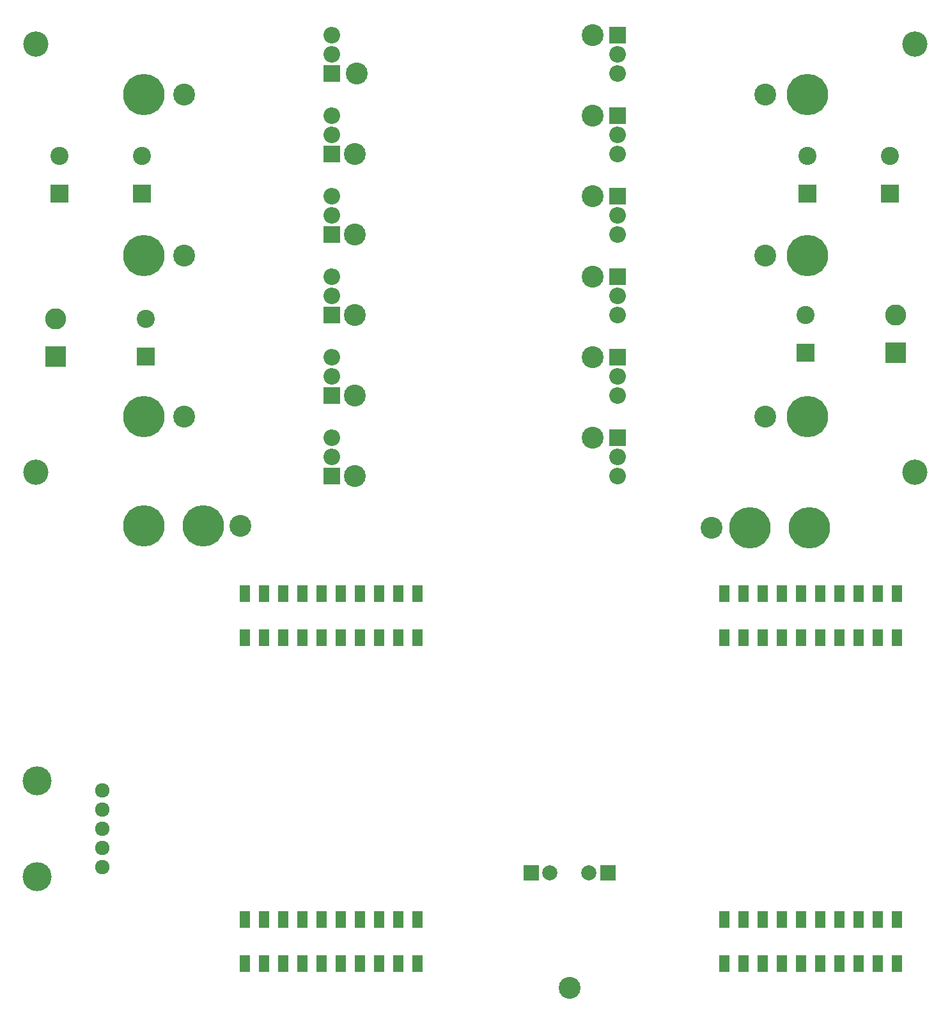
<source format=gbr>
G04 #@! TF.GenerationSoftware,KiCad,Pcbnew,(5.0.0)*
G04 #@! TF.CreationDate,2018-12-17T21:11:44-06:00*
G04 #@! TF.ProjectId,MotorController_Hardware,4D6F746F72436F6E74726F6C6C65725F,rev?*
G04 #@! TF.SameCoordinates,Original*
G04 #@! TF.FileFunction,Soldermask,Bot*
G04 #@! TF.FilePolarity,Negative*
%FSLAX46Y46*%
G04 Gerber Fmt 4.6, Leading zero omitted, Abs format (unit mm)*
G04 Created by KiCad (PCBNEW (5.0.0)) date 12/17/18 21:11:44*
%MOMM*%
%LPD*%
G01*
G04 APERTURE LIST*
%ADD10C,3.346400*%
%ADD11R,1.390600X2.178000*%
%ADD12C,2.800000*%
%ADD13R,2.800000X2.800000*%
%ADD14C,2.400000*%
%ADD15R,2.400000X2.400000*%
%ADD16O,2.200000X2.200000*%
%ADD17R,2.200000X2.200000*%
%ADD18C,1.924000*%
%ADD19C,3.850000*%
%ADD20C,5.480000*%
%ADD21C,2.000000*%
%ADD22R,2.000000X2.000000*%
%ADD23C,2.899360*%
G04 APERTURE END LIST*
D10*
G04 #@! TO.C,REF\002A\002A*
X54559200Y-18288000D03*
G04 #@! TD*
D11*
G04 #@! TO.C,U3*
X145770600Y-83413600D03*
X148310600Y-83413600D03*
X150850600Y-83413600D03*
X153390600Y-83413600D03*
X155930600Y-83413600D03*
X158470600Y-83413600D03*
X161010600Y-83413600D03*
X163550600Y-83413600D03*
X166090600Y-83413600D03*
X168630600Y-83413600D03*
X145770600Y-77546200D03*
X148310600Y-77546200D03*
X150850600Y-77546200D03*
X153390600Y-77546200D03*
X155930600Y-77546200D03*
X158470600Y-77546200D03*
X161010600Y-77546200D03*
X163550600Y-77546200D03*
X166090600Y-77546200D03*
X168630600Y-77571600D03*
X145770600Y-34391600D03*
X148310600Y-34391600D03*
X150850600Y-34391600D03*
X153390600Y-34391600D03*
X155930600Y-34391600D03*
X158470600Y-34391600D03*
X161010600Y-34391600D03*
X163550600Y-34391600D03*
X166090600Y-34391600D03*
X168630600Y-34391600D03*
X145770600Y-40233600D03*
X148310600Y-40233600D03*
X150850600Y-40233600D03*
X153390600Y-40233600D03*
X155930600Y-40233600D03*
X158470600Y-40233600D03*
X161010600Y-40233600D03*
X163550600Y-40233600D03*
X166090600Y-40233600D03*
X168630600Y-40233600D03*
X100050600Y-83413600D03*
X102590600Y-83413600D03*
X105130600Y-83413600D03*
X82270600Y-77571600D03*
X84810600Y-77571600D03*
X87350600Y-77571600D03*
X89890600Y-77571600D03*
X92430600Y-77571600D03*
X94970600Y-77571600D03*
X97510600Y-77571600D03*
X100050600Y-77571600D03*
X102590600Y-77571600D03*
X105130600Y-77571600D03*
X82270600Y-34391600D03*
X87350600Y-34391600D03*
X92430600Y-34391600D03*
X94970600Y-34391600D03*
X97510600Y-34391600D03*
X100050600Y-34391600D03*
X102590600Y-34391600D03*
X82270600Y-40233600D03*
X87350600Y-40233600D03*
X97510600Y-40233600D03*
X100050600Y-40233600D03*
X102590600Y-40233600D03*
X105130600Y-40233600D03*
X92430600Y-40233600D03*
X89890600Y-40233600D03*
X84810600Y-34391600D03*
X97510600Y-83413600D03*
X94970600Y-83413600D03*
X84810600Y-40233600D03*
X89890600Y-34391600D03*
X87350600Y-83413600D03*
X89890600Y-83413600D03*
X94970600Y-40233600D03*
X92430600Y-83413600D03*
X84810600Y-83413600D03*
X82270600Y-83413600D03*
X105130600Y-34391600D03*
G04 #@! TD*
D12*
G04 #@! TO.C,C45*
X168402000Y2540000D03*
D13*
X168402000Y-2460000D03*
G04 #@! TD*
D10*
G04 #@! TO.C,REF\002A\002A*
X54559200Y38404800D03*
G04 #@! TD*
D14*
G04 #@! TO.C,C38*
X68580000Y23622000D03*
D15*
X68580000Y18622000D03*
G04 #@! TD*
G04 #@! TO.C,C37*
X57658000Y18622000D03*
D14*
X57658000Y23622000D03*
G04 #@! TD*
D16*
G04 #@! TO.C,Q6*
X93726000Y7620000D03*
X93726000Y5080000D03*
D17*
X93726000Y2540000D03*
G04 #@! TD*
G04 #@! TO.C,Q14*
X131572000Y18288000D03*
D16*
X131572000Y15748000D03*
X131572000Y13208000D03*
G04 #@! TD*
D17*
G04 #@! TO.C,Q7*
X93726000Y13208000D03*
D16*
X93726000Y15748000D03*
X93726000Y18288000D03*
G04 #@! TD*
G04 #@! TO.C,Q8*
X93726000Y-13716000D03*
X93726000Y-16256000D03*
D17*
X93726000Y-18796000D03*
G04 #@! TD*
D16*
G04 #@! TO.C,Q12*
X131572000Y34544000D03*
X131572000Y37084000D03*
D17*
X131572000Y39624000D03*
G04 #@! TD*
G04 #@! TO.C,Q9*
X93726000Y-8128000D03*
D16*
X93726000Y-5588000D03*
X93726000Y-3048000D03*
G04 #@! TD*
G04 #@! TO.C,Q5*
X93726000Y39624000D03*
X93726000Y37084000D03*
D17*
X93726000Y34544000D03*
G04 #@! TD*
G04 #@! TO.C,Q4*
X93726000Y23876000D03*
D16*
X93726000Y26416000D03*
X93726000Y28956000D03*
G04 #@! TD*
G04 #@! TO.C,Q13*
X131572000Y23876000D03*
X131572000Y26416000D03*
D17*
X131572000Y28956000D03*
G04 #@! TD*
G04 #@! TO.C,Q15*
X131572000Y7620000D03*
D16*
X131572000Y5080000D03*
X131572000Y2540000D03*
G04 #@! TD*
G04 #@! TO.C,Q16*
X131572000Y-8128000D03*
X131572000Y-5588000D03*
D17*
X131572000Y-3048000D03*
G04 #@! TD*
G04 #@! TO.C,Q17*
X131572000Y-13716000D03*
D16*
X131572000Y-16256000D03*
X131572000Y-18796000D03*
G04 #@! TD*
D14*
G04 #@! TO.C,C36*
X69088000Y2032000D03*
D15*
X69088000Y-2968000D03*
G04 #@! TD*
G04 #@! TO.C,C5*
X156718000Y18622000D03*
D14*
X156718000Y23622000D03*
G04 #@! TD*
D15*
G04 #@! TO.C,C39*
X156464000Y-2460000D03*
D14*
X156464000Y2540000D03*
G04 #@! TD*
G04 #@! TO.C,C7*
X167640000Y23622000D03*
D15*
X167640000Y18622000D03*
G04 #@! TD*
D12*
G04 #@! TO.C,C9*
X57150000Y2032000D03*
D13*
X57150000Y-2968000D03*
G04 #@! TD*
D18*
G04 #@! TO.C,Conn1*
X63373000Y-70612000D03*
X63373000Y-68072000D03*
X63373000Y-65532000D03*
X63373000Y-62992000D03*
X63373000Y-60452000D03*
D19*
X54737000Y-71882000D03*
X54737000Y-59182000D03*
G04 #@! TD*
D20*
G04 #@! TO.C,Conn4*
X68834000Y31750000D03*
G04 #@! TD*
G04 #@! TO.C,Conn5*
X68834000Y10414000D03*
G04 #@! TD*
G04 #@! TO.C,Conn6*
X68834000Y-10922000D03*
G04 #@! TD*
G04 #@! TO.C,Conn9*
X156718000Y31750000D03*
G04 #@! TD*
G04 #@! TO.C,Conn10*
X156718000Y10414000D03*
G04 #@! TD*
G04 #@! TO.C,Conn11*
X156718000Y-10922000D03*
G04 #@! TD*
G04 #@! TO.C,Conn3*
X68834000Y-25400000D03*
X76708000Y-25400000D03*
G04 #@! TD*
G04 #@! TO.C,Conn8*
X149098000Y-25654000D03*
X156972000Y-25654000D03*
G04 #@! TD*
D21*
G04 #@! TO.C,C6*
X122642000Y-71374000D03*
D22*
X120142000Y-71374000D03*
G04 #@! TD*
G04 #@! TO.C,C54*
X130302000Y-71374000D03*
D21*
X127802000Y-71374000D03*
G04 #@! TD*
D10*
G04 #@! TO.C,REF\002A\002A*
X170967400Y38404800D03*
G04 #@! TD*
D23*
G04 #@! TO.C,+3V3*
X125222000Y-86614000D03*
G04 #@! TD*
G04 #@! TO.C,GHA_M1*
X96774000Y23876000D03*
G04 #@! TD*
G04 #@! TO.C,GHB_M1*
X96774000Y2540000D03*
G04 #@! TD*
G04 #@! TO.C,GHB_M2*
X128270000Y18288000D03*
G04 #@! TD*
G04 #@! TO.C,GHC_M2*
X128270000Y-3048000D03*
G04 #@! TD*
G04 #@! TO.C,GLA_M1*
X97028000Y34544000D03*
G04 #@! TD*
G04 #@! TO.C,GLA_M2*
X128270000Y28956000D03*
G04 #@! TD*
G04 #@! TO.C,GLB_M1*
X96774000Y13208000D03*
G04 #@! TD*
G04 #@! TO.C,GLB_M2*
X128270000Y7620000D03*
G04 #@! TD*
G04 #@! TO.C,GLC_M1*
X96774000Y-8128000D03*
G04 #@! TD*
G04 #@! TO.C,GLC_M2*
X128270000Y-13716000D03*
G04 #@! TD*
G04 #@! TO.C,PVDD_M1*
X81661000Y-25400000D03*
G04 #@! TD*
G04 #@! TO.C,PVDD_M2*
X144018000Y-25654000D03*
G04 #@! TD*
G04 #@! TO.C,SHA_M1*
X74168000Y31750000D03*
G04 #@! TD*
G04 #@! TO.C,SHA_M2*
X151130000Y31750000D03*
G04 #@! TD*
G04 #@! TO.C,SHB_M1*
X74168000Y10414000D03*
G04 #@! TD*
G04 #@! TO.C,SHB_M2*
X151130000Y10414000D03*
G04 #@! TD*
G04 #@! TO.C,SHC_M1*
X74168000Y-10922000D03*
G04 #@! TD*
G04 #@! TO.C,SHC_M2*
X151130000Y-10922000D03*
G04 #@! TD*
G04 #@! TO.C,GHA_M2*
X128270000Y39624000D03*
G04 #@! TD*
G04 #@! TO.C,GHC_M1*
X96774000Y-18796000D03*
G04 #@! TD*
D10*
G04 #@! TO.C,REF\002A\002A*
X170942000Y-18288000D03*
G04 #@! TD*
M02*

</source>
